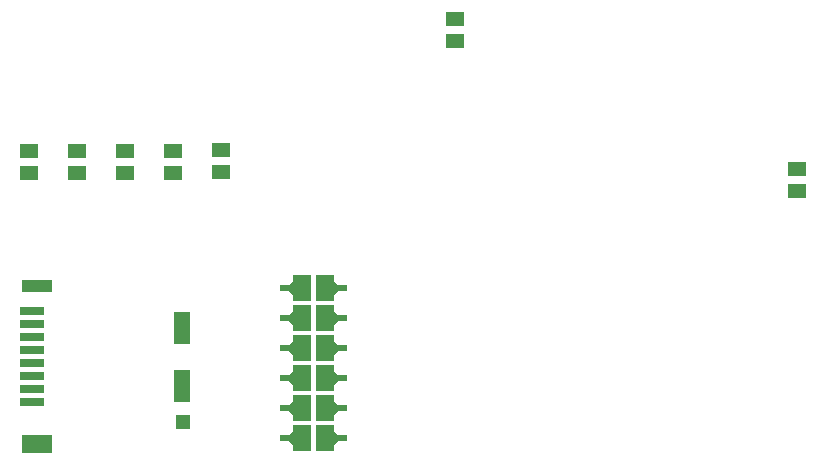
<source format=gbr>
G04 EAGLE Gerber RS-274X export*
G75*
%MOMM*%
%FSLAX34Y34*%
%LPD*%
%INSolderpaste Top*%
%IPPOS*%
%AMOC8*
5,1,8,0,0,1.08239X$1,22.5*%
G01*
%ADD10R,2.000000X0.700000*%
%ADD11R,2.600000X1.000000*%
%ADD12R,2.600000X1.500000*%
%ADD13R,1.400000X2.700000*%
%ADD14R,1.200000X1.200000*%
%ADD15R,1.500000X1.300000*%

G36*
X280137Y487027D02*
X280137Y487027D01*
X280132Y487034D01*
X280139Y487040D01*
X280139Y508640D01*
X280103Y508687D01*
X280096Y508682D01*
X280090Y508689D01*
X264690Y508689D01*
X264643Y508653D01*
X264648Y508646D01*
X264641Y508640D01*
X264641Y504058D01*
X261517Y500439D01*
X253940Y500439D01*
X253893Y500403D01*
X253894Y500401D01*
X253893Y500400D01*
X253897Y500395D01*
X253891Y500390D01*
X253891Y495290D01*
X253927Y495243D01*
X253934Y495248D01*
X253940Y495241D01*
X261517Y495241D01*
X264641Y491622D01*
X264641Y487040D01*
X264677Y486993D01*
X264684Y486998D01*
X264690Y486991D01*
X280090Y486991D01*
X280137Y487027D01*
G37*
G36*
X280137Y461627D02*
X280137Y461627D01*
X280132Y461634D01*
X280139Y461640D01*
X280139Y483240D01*
X280103Y483287D01*
X280096Y483282D01*
X280090Y483289D01*
X264690Y483289D01*
X264643Y483253D01*
X264648Y483246D01*
X264641Y483240D01*
X264641Y478658D01*
X261517Y475039D01*
X253940Y475039D01*
X253893Y475003D01*
X253894Y475001D01*
X253893Y475000D01*
X253897Y474995D01*
X253891Y474990D01*
X253891Y469890D01*
X253927Y469843D01*
X253934Y469848D01*
X253940Y469841D01*
X261517Y469841D01*
X264641Y466222D01*
X264641Y461640D01*
X264677Y461593D01*
X264684Y461598D01*
X264690Y461591D01*
X280090Y461591D01*
X280137Y461627D01*
G37*
G36*
X280137Y436227D02*
X280137Y436227D01*
X280132Y436234D01*
X280139Y436240D01*
X280139Y457840D01*
X280103Y457887D01*
X280096Y457882D01*
X280090Y457889D01*
X264690Y457889D01*
X264643Y457853D01*
X264648Y457846D01*
X264641Y457840D01*
X264641Y453258D01*
X261517Y449639D01*
X253940Y449639D01*
X253893Y449603D01*
X253894Y449601D01*
X253893Y449600D01*
X253897Y449595D01*
X253891Y449590D01*
X253891Y444490D01*
X253927Y444443D01*
X253934Y444448D01*
X253940Y444441D01*
X261517Y444441D01*
X264641Y440822D01*
X264641Y436240D01*
X264677Y436193D01*
X264684Y436198D01*
X264690Y436191D01*
X280090Y436191D01*
X280137Y436227D01*
G37*
G36*
X280137Y410827D02*
X280137Y410827D01*
X280132Y410834D01*
X280139Y410840D01*
X280139Y432440D01*
X280103Y432487D01*
X280096Y432482D01*
X280090Y432489D01*
X264690Y432489D01*
X264643Y432453D01*
X264648Y432446D01*
X264641Y432440D01*
X264641Y427858D01*
X261517Y424239D01*
X253940Y424239D01*
X253893Y424203D01*
X253894Y424201D01*
X253893Y424200D01*
X253897Y424195D01*
X253891Y424190D01*
X253891Y419090D01*
X253927Y419043D01*
X253934Y419048D01*
X253940Y419041D01*
X261517Y419041D01*
X264641Y415422D01*
X264641Y410840D01*
X264677Y410793D01*
X264684Y410798D01*
X264690Y410791D01*
X280090Y410791D01*
X280137Y410827D01*
G37*
G36*
X280137Y385427D02*
X280137Y385427D01*
X280132Y385434D01*
X280139Y385440D01*
X280139Y407040D01*
X280103Y407087D01*
X280096Y407082D01*
X280090Y407089D01*
X264690Y407089D01*
X264643Y407053D01*
X264648Y407046D01*
X264641Y407040D01*
X264641Y402458D01*
X261517Y398839D01*
X253940Y398839D01*
X253893Y398803D01*
X253894Y398801D01*
X253893Y398800D01*
X253897Y398795D01*
X253891Y398790D01*
X253891Y393690D01*
X253927Y393643D01*
X253934Y393648D01*
X253940Y393641D01*
X261517Y393641D01*
X264641Y390022D01*
X264641Y385440D01*
X264677Y385393D01*
X264684Y385398D01*
X264690Y385391D01*
X280090Y385391D01*
X280137Y385427D01*
G37*
G36*
X280137Y360027D02*
X280137Y360027D01*
X280132Y360034D01*
X280139Y360040D01*
X280139Y381640D01*
X280103Y381687D01*
X280096Y381682D01*
X280090Y381689D01*
X264690Y381689D01*
X264643Y381653D01*
X264648Y381646D01*
X264641Y381640D01*
X264641Y377058D01*
X261517Y373439D01*
X253940Y373439D01*
X253893Y373403D01*
X253894Y373401D01*
X253893Y373400D01*
X253897Y373395D01*
X253891Y373390D01*
X253891Y368290D01*
X253927Y368243D01*
X253934Y368248D01*
X253940Y368241D01*
X261517Y368241D01*
X264641Y364622D01*
X264641Y360040D01*
X264677Y359993D01*
X264684Y359998D01*
X264690Y359991D01*
X280090Y359991D01*
X280137Y360027D01*
G37*
G36*
X299237Y487027D02*
X299237Y487027D01*
X299232Y487034D01*
X299239Y487040D01*
X299239Y491622D01*
X302363Y495241D01*
X309940Y495241D01*
X309987Y495277D01*
X309982Y495284D01*
X309989Y495290D01*
X309989Y500390D01*
X309953Y500437D01*
X309946Y500432D01*
X309940Y500439D01*
X302363Y500439D01*
X299239Y504058D01*
X299239Y508640D01*
X299203Y508687D01*
X299196Y508682D01*
X299190Y508689D01*
X283790Y508689D01*
X283743Y508653D01*
X283748Y508646D01*
X283741Y508640D01*
X283741Y487040D01*
X283777Y486993D01*
X283784Y486998D01*
X283790Y486991D01*
X299190Y486991D01*
X299237Y487027D01*
G37*
G36*
X299237Y461627D02*
X299237Y461627D01*
X299232Y461634D01*
X299239Y461640D01*
X299239Y466222D01*
X302363Y469841D01*
X309940Y469841D01*
X309987Y469877D01*
X309982Y469884D01*
X309989Y469890D01*
X309989Y474990D01*
X309953Y475037D01*
X309946Y475032D01*
X309940Y475039D01*
X302363Y475039D01*
X299239Y478658D01*
X299239Y483240D01*
X299203Y483287D01*
X299196Y483282D01*
X299190Y483289D01*
X283790Y483289D01*
X283743Y483253D01*
X283748Y483246D01*
X283741Y483240D01*
X283741Y461640D01*
X283777Y461593D01*
X283784Y461598D01*
X283790Y461591D01*
X299190Y461591D01*
X299237Y461627D01*
G37*
G36*
X299237Y436227D02*
X299237Y436227D01*
X299232Y436234D01*
X299239Y436240D01*
X299239Y440822D01*
X302363Y444441D01*
X309940Y444441D01*
X309987Y444477D01*
X309982Y444484D01*
X309989Y444490D01*
X309989Y449590D01*
X309953Y449637D01*
X309946Y449632D01*
X309940Y449639D01*
X302363Y449639D01*
X299239Y453258D01*
X299239Y457840D01*
X299203Y457887D01*
X299196Y457882D01*
X299190Y457889D01*
X283790Y457889D01*
X283743Y457853D01*
X283748Y457846D01*
X283741Y457840D01*
X283741Y436240D01*
X283777Y436193D01*
X283784Y436198D01*
X283790Y436191D01*
X299190Y436191D01*
X299237Y436227D01*
G37*
G36*
X299237Y410827D02*
X299237Y410827D01*
X299232Y410834D01*
X299239Y410840D01*
X299239Y415422D01*
X302363Y419041D01*
X309940Y419041D01*
X309987Y419077D01*
X309982Y419084D01*
X309989Y419090D01*
X309989Y424190D01*
X309953Y424237D01*
X309946Y424232D01*
X309940Y424239D01*
X302363Y424239D01*
X299239Y427858D01*
X299239Y432440D01*
X299203Y432487D01*
X299196Y432482D01*
X299190Y432489D01*
X283790Y432489D01*
X283743Y432453D01*
X283748Y432446D01*
X283741Y432440D01*
X283741Y410840D01*
X283777Y410793D01*
X283784Y410798D01*
X283790Y410791D01*
X299190Y410791D01*
X299237Y410827D01*
G37*
G36*
X299237Y385427D02*
X299237Y385427D01*
X299232Y385434D01*
X299239Y385440D01*
X299239Y390022D01*
X302363Y393641D01*
X309940Y393641D01*
X309987Y393677D01*
X309982Y393684D01*
X309989Y393690D01*
X309989Y398790D01*
X309953Y398837D01*
X309946Y398832D01*
X309940Y398839D01*
X302363Y398839D01*
X299239Y402458D01*
X299239Y407040D01*
X299203Y407087D01*
X299196Y407082D01*
X299190Y407089D01*
X283790Y407089D01*
X283743Y407053D01*
X283748Y407046D01*
X283741Y407040D01*
X283741Y385440D01*
X283777Y385393D01*
X283784Y385398D01*
X283790Y385391D01*
X299190Y385391D01*
X299237Y385427D01*
G37*
G36*
X299237Y360027D02*
X299237Y360027D01*
X299232Y360034D01*
X299239Y360040D01*
X299239Y364622D01*
X302363Y368241D01*
X309940Y368241D01*
X309987Y368277D01*
X309982Y368284D01*
X309989Y368290D01*
X309989Y373390D01*
X309953Y373437D01*
X309946Y373432D01*
X309940Y373439D01*
X302363Y373439D01*
X299239Y377058D01*
X299239Y381640D01*
X299203Y381687D01*
X299196Y381682D01*
X299190Y381689D01*
X283790Y381689D01*
X283743Y381653D01*
X283748Y381646D01*
X283741Y381640D01*
X283741Y360040D01*
X283777Y359993D01*
X283784Y359998D01*
X283790Y359991D01*
X299190Y359991D01*
X299237Y360027D01*
G37*
D10*
X43180Y478070D03*
X43180Y467070D03*
X43180Y456070D03*
X43180Y445070D03*
X43180Y434070D03*
X43180Y423070D03*
X43180Y412070D03*
X43180Y401070D03*
D11*
X48180Y499070D03*
D12*
X48180Y365570D03*
D13*
X170180Y415070D03*
X170180Y464070D03*
D14*
X171180Y384570D03*
D15*
X401320Y725780D03*
X401320Y706780D03*
X690880Y598780D03*
X690880Y579780D03*
X81280Y595020D03*
X81280Y614020D03*
X121920Y595020D03*
X121920Y614020D03*
X162560Y595020D03*
X162560Y614020D03*
X203962Y595782D03*
X203962Y614782D03*
X40640Y614020D03*
X40640Y595020D03*
M02*

</source>
